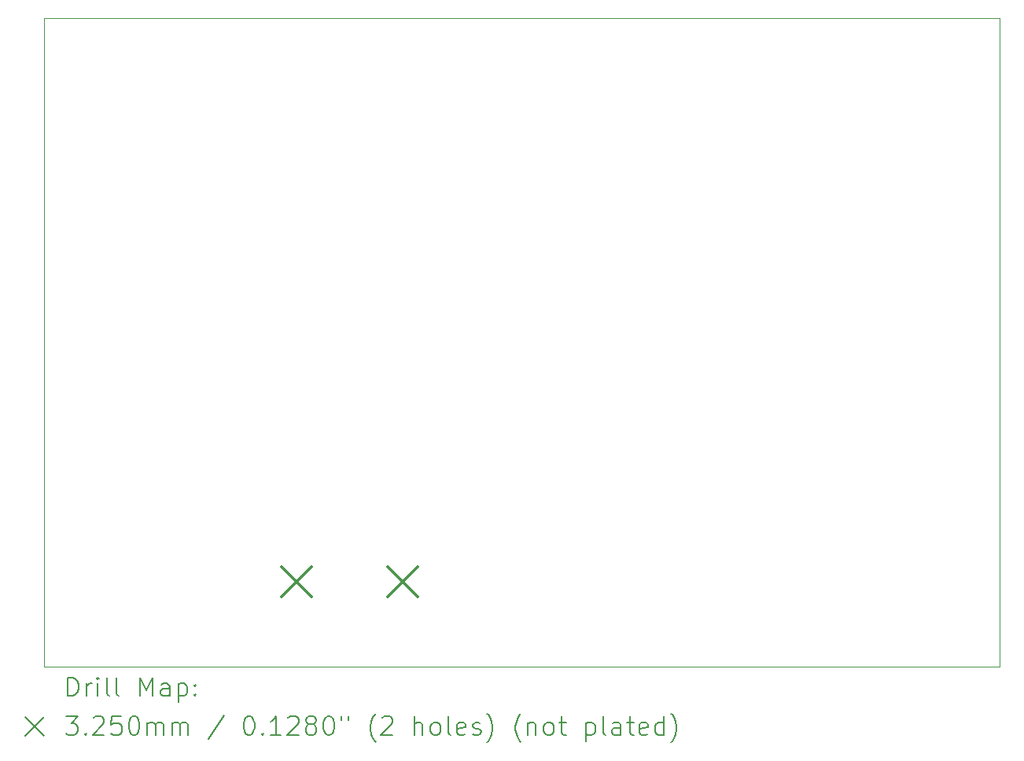
<source format=gbr>
%FSLAX45Y45*%
G04 Gerber Fmt 4.5, Leading zero omitted, Abs format (unit mm)*
G04 Created by KiCad (PCBNEW (6.0.0-0)) date 2022-01-07 14:09:10*
%MOMM*%
%LPD*%
G01*
G04 APERTURE LIST*
%TA.AperFunction,Profile*%
%ADD10C,0.050000*%
%TD*%
%ADD11C,0.200000*%
%ADD12C,0.325000*%
G04 APERTURE END LIST*
D10*
X9652000Y-12065000D02*
X9652000Y-5080000D01*
X19939000Y-12065000D02*
X9652000Y-12065000D01*
X19939000Y-5080000D02*
X19939000Y-12065000D01*
X9652000Y-5080000D02*
X19939000Y-5080000D01*
D11*
D12*
X12207300Y-10988100D02*
X12532300Y-11313100D01*
X12532300Y-10988100D02*
X12207300Y-11313100D01*
X13350300Y-10988100D02*
X13675300Y-11313100D01*
X13675300Y-10988100D02*
X13350300Y-11313100D01*
D11*
X9907119Y-12377976D02*
X9907119Y-12177976D01*
X9954738Y-12177976D01*
X9983310Y-12187500D01*
X10002357Y-12206548D01*
X10011881Y-12225595D01*
X10021405Y-12263690D01*
X10021405Y-12292262D01*
X10011881Y-12330357D01*
X10002357Y-12349405D01*
X9983310Y-12368452D01*
X9954738Y-12377976D01*
X9907119Y-12377976D01*
X10107119Y-12377976D02*
X10107119Y-12244643D01*
X10107119Y-12282738D02*
X10116643Y-12263690D01*
X10126167Y-12254167D01*
X10145214Y-12244643D01*
X10164262Y-12244643D01*
X10230929Y-12377976D02*
X10230929Y-12244643D01*
X10230929Y-12177976D02*
X10221405Y-12187500D01*
X10230929Y-12197024D01*
X10240452Y-12187500D01*
X10230929Y-12177976D01*
X10230929Y-12197024D01*
X10354738Y-12377976D02*
X10335690Y-12368452D01*
X10326167Y-12349405D01*
X10326167Y-12177976D01*
X10459500Y-12377976D02*
X10440452Y-12368452D01*
X10430929Y-12349405D01*
X10430929Y-12177976D01*
X10688071Y-12377976D02*
X10688071Y-12177976D01*
X10754738Y-12320833D01*
X10821405Y-12177976D01*
X10821405Y-12377976D01*
X11002357Y-12377976D02*
X11002357Y-12273214D01*
X10992833Y-12254167D01*
X10973786Y-12244643D01*
X10935690Y-12244643D01*
X10916643Y-12254167D01*
X11002357Y-12368452D02*
X10983310Y-12377976D01*
X10935690Y-12377976D01*
X10916643Y-12368452D01*
X10907119Y-12349405D01*
X10907119Y-12330357D01*
X10916643Y-12311309D01*
X10935690Y-12301786D01*
X10983310Y-12301786D01*
X11002357Y-12292262D01*
X11097595Y-12244643D02*
X11097595Y-12444643D01*
X11097595Y-12254167D02*
X11116643Y-12244643D01*
X11154738Y-12244643D01*
X11173786Y-12254167D01*
X11183310Y-12263690D01*
X11192833Y-12282738D01*
X11192833Y-12339881D01*
X11183310Y-12358928D01*
X11173786Y-12368452D01*
X11154738Y-12377976D01*
X11116643Y-12377976D01*
X11097595Y-12368452D01*
X11278548Y-12358928D02*
X11288071Y-12368452D01*
X11278548Y-12377976D01*
X11269024Y-12368452D01*
X11278548Y-12358928D01*
X11278548Y-12377976D01*
X11278548Y-12254167D02*
X11288071Y-12263690D01*
X11278548Y-12273214D01*
X11269024Y-12263690D01*
X11278548Y-12254167D01*
X11278548Y-12273214D01*
X9449500Y-12607500D02*
X9649500Y-12807500D01*
X9649500Y-12607500D02*
X9449500Y-12807500D01*
X9888071Y-12597976D02*
X10011881Y-12597976D01*
X9945214Y-12674167D01*
X9973786Y-12674167D01*
X9992833Y-12683690D01*
X10002357Y-12693214D01*
X10011881Y-12712262D01*
X10011881Y-12759881D01*
X10002357Y-12778928D01*
X9992833Y-12788452D01*
X9973786Y-12797976D01*
X9916643Y-12797976D01*
X9897595Y-12788452D01*
X9888071Y-12778928D01*
X10097595Y-12778928D02*
X10107119Y-12788452D01*
X10097595Y-12797976D01*
X10088071Y-12788452D01*
X10097595Y-12778928D01*
X10097595Y-12797976D01*
X10183310Y-12617024D02*
X10192833Y-12607500D01*
X10211881Y-12597976D01*
X10259500Y-12597976D01*
X10278548Y-12607500D01*
X10288071Y-12617024D01*
X10297595Y-12636071D01*
X10297595Y-12655119D01*
X10288071Y-12683690D01*
X10173786Y-12797976D01*
X10297595Y-12797976D01*
X10478548Y-12597976D02*
X10383310Y-12597976D01*
X10373786Y-12693214D01*
X10383310Y-12683690D01*
X10402357Y-12674167D01*
X10449976Y-12674167D01*
X10469024Y-12683690D01*
X10478548Y-12693214D01*
X10488071Y-12712262D01*
X10488071Y-12759881D01*
X10478548Y-12778928D01*
X10469024Y-12788452D01*
X10449976Y-12797976D01*
X10402357Y-12797976D01*
X10383310Y-12788452D01*
X10373786Y-12778928D01*
X10611881Y-12597976D02*
X10630929Y-12597976D01*
X10649976Y-12607500D01*
X10659500Y-12617024D01*
X10669024Y-12636071D01*
X10678548Y-12674167D01*
X10678548Y-12721786D01*
X10669024Y-12759881D01*
X10659500Y-12778928D01*
X10649976Y-12788452D01*
X10630929Y-12797976D01*
X10611881Y-12797976D01*
X10592833Y-12788452D01*
X10583310Y-12778928D01*
X10573786Y-12759881D01*
X10564262Y-12721786D01*
X10564262Y-12674167D01*
X10573786Y-12636071D01*
X10583310Y-12617024D01*
X10592833Y-12607500D01*
X10611881Y-12597976D01*
X10764262Y-12797976D02*
X10764262Y-12664643D01*
X10764262Y-12683690D02*
X10773786Y-12674167D01*
X10792833Y-12664643D01*
X10821405Y-12664643D01*
X10840452Y-12674167D01*
X10849976Y-12693214D01*
X10849976Y-12797976D01*
X10849976Y-12693214D02*
X10859500Y-12674167D01*
X10878548Y-12664643D01*
X10907119Y-12664643D01*
X10926167Y-12674167D01*
X10935690Y-12693214D01*
X10935690Y-12797976D01*
X11030929Y-12797976D02*
X11030929Y-12664643D01*
X11030929Y-12683690D02*
X11040452Y-12674167D01*
X11059500Y-12664643D01*
X11088071Y-12664643D01*
X11107119Y-12674167D01*
X11116643Y-12693214D01*
X11116643Y-12797976D01*
X11116643Y-12693214D02*
X11126167Y-12674167D01*
X11145214Y-12664643D01*
X11173786Y-12664643D01*
X11192833Y-12674167D01*
X11202357Y-12693214D01*
X11202357Y-12797976D01*
X11592833Y-12588452D02*
X11421405Y-12845595D01*
X11849976Y-12597976D02*
X11869024Y-12597976D01*
X11888071Y-12607500D01*
X11897595Y-12617024D01*
X11907119Y-12636071D01*
X11916643Y-12674167D01*
X11916643Y-12721786D01*
X11907119Y-12759881D01*
X11897595Y-12778928D01*
X11888071Y-12788452D01*
X11869024Y-12797976D01*
X11849976Y-12797976D01*
X11830928Y-12788452D01*
X11821405Y-12778928D01*
X11811881Y-12759881D01*
X11802357Y-12721786D01*
X11802357Y-12674167D01*
X11811881Y-12636071D01*
X11821405Y-12617024D01*
X11830928Y-12607500D01*
X11849976Y-12597976D01*
X12002357Y-12778928D02*
X12011881Y-12788452D01*
X12002357Y-12797976D01*
X11992833Y-12788452D01*
X12002357Y-12778928D01*
X12002357Y-12797976D01*
X12202357Y-12797976D02*
X12088071Y-12797976D01*
X12145214Y-12797976D02*
X12145214Y-12597976D01*
X12126167Y-12626548D01*
X12107119Y-12645595D01*
X12088071Y-12655119D01*
X12278548Y-12617024D02*
X12288071Y-12607500D01*
X12307119Y-12597976D01*
X12354738Y-12597976D01*
X12373786Y-12607500D01*
X12383309Y-12617024D01*
X12392833Y-12636071D01*
X12392833Y-12655119D01*
X12383309Y-12683690D01*
X12269024Y-12797976D01*
X12392833Y-12797976D01*
X12507119Y-12683690D02*
X12488071Y-12674167D01*
X12478548Y-12664643D01*
X12469024Y-12645595D01*
X12469024Y-12636071D01*
X12478548Y-12617024D01*
X12488071Y-12607500D01*
X12507119Y-12597976D01*
X12545214Y-12597976D01*
X12564262Y-12607500D01*
X12573786Y-12617024D01*
X12583309Y-12636071D01*
X12583309Y-12645595D01*
X12573786Y-12664643D01*
X12564262Y-12674167D01*
X12545214Y-12683690D01*
X12507119Y-12683690D01*
X12488071Y-12693214D01*
X12478548Y-12702738D01*
X12469024Y-12721786D01*
X12469024Y-12759881D01*
X12478548Y-12778928D01*
X12488071Y-12788452D01*
X12507119Y-12797976D01*
X12545214Y-12797976D01*
X12564262Y-12788452D01*
X12573786Y-12778928D01*
X12583309Y-12759881D01*
X12583309Y-12721786D01*
X12573786Y-12702738D01*
X12564262Y-12693214D01*
X12545214Y-12683690D01*
X12707119Y-12597976D02*
X12726167Y-12597976D01*
X12745214Y-12607500D01*
X12754738Y-12617024D01*
X12764262Y-12636071D01*
X12773786Y-12674167D01*
X12773786Y-12721786D01*
X12764262Y-12759881D01*
X12754738Y-12778928D01*
X12745214Y-12788452D01*
X12726167Y-12797976D01*
X12707119Y-12797976D01*
X12688071Y-12788452D01*
X12678548Y-12778928D01*
X12669024Y-12759881D01*
X12659500Y-12721786D01*
X12659500Y-12674167D01*
X12669024Y-12636071D01*
X12678548Y-12617024D01*
X12688071Y-12607500D01*
X12707119Y-12597976D01*
X12849976Y-12597976D02*
X12849976Y-12636071D01*
X12926167Y-12597976D02*
X12926167Y-12636071D01*
X13221405Y-12874167D02*
X13211881Y-12864643D01*
X13192833Y-12836071D01*
X13183309Y-12817024D01*
X13173786Y-12788452D01*
X13164262Y-12740833D01*
X13164262Y-12702738D01*
X13173786Y-12655119D01*
X13183309Y-12626548D01*
X13192833Y-12607500D01*
X13211881Y-12578928D01*
X13221405Y-12569405D01*
X13288071Y-12617024D02*
X13297595Y-12607500D01*
X13316643Y-12597976D01*
X13364262Y-12597976D01*
X13383309Y-12607500D01*
X13392833Y-12617024D01*
X13402357Y-12636071D01*
X13402357Y-12655119D01*
X13392833Y-12683690D01*
X13278548Y-12797976D01*
X13402357Y-12797976D01*
X13640452Y-12797976D02*
X13640452Y-12597976D01*
X13726167Y-12797976D02*
X13726167Y-12693214D01*
X13716643Y-12674167D01*
X13697595Y-12664643D01*
X13669024Y-12664643D01*
X13649976Y-12674167D01*
X13640452Y-12683690D01*
X13849976Y-12797976D02*
X13830928Y-12788452D01*
X13821405Y-12778928D01*
X13811881Y-12759881D01*
X13811881Y-12702738D01*
X13821405Y-12683690D01*
X13830928Y-12674167D01*
X13849976Y-12664643D01*
X13878548Y-12664643D01*
X13897595Y-12674167D01*
X13907119Y-12683690D01*
X13916643Y-12702738D01*
X13916643Y-12759881D01*
X13907119Y-12778928D01*
X13897595Y-12788452D01*
X13878548Y-12797976D01*
X13849976Y-12797976D01*
X14030928Y-12797976D02*
X14011881Y-12788452D01*
X14002357Y-12769405D01*
X14002357Y-12597976D01*
X14183309Y-12788452D02*
X14164262Y-12797976D01*
X14126167Y-12797976D01*
X14107119Y-12788452D01*
X14097595Y-12769405D01*
X14097595Y-12693214D01*
X14107119Y-12674167D01*
X14126167Y-12664643D01*
X14164262Y-12664643D01*
X14183309Y-12674167D01*
X14192833Y-12693214D01*
X14192833Y-12712262D01*
X14097595Y-12731309D01*
X14269024Y-12788452D02*
X14288071Y-12797976D01*
X14326167Y-12797976D01*
X14345214Y-12788452D01*
X14354738Y-12769405D01*
X14354738Y-12759881D01*
X14345214Y-12740833D01*
X14326167Y-12731309D01*
X14297595Y-12731309D01*
X14278548Y-12721786D01*
X14269024Y-12702738D01*
X14269024Y-12693214D01*
X14278548Y-12674167D01*
X14297595Y-12664643D01*
X14326167Y-12664643D01*
X14345214Y-12674167D01*
X14421405Y-12874167D02*
X14430928Y-12864643D01*
X14449976Y-12836071D01*
X14459500Y-12817024D01*
X14469024Y-12788452D01*
X14478548Y-12740833D01*
X14478548Y-12702738D01*
X14469024Y-12655119D01*
X14459500Y-12626548D01*
X14449976Y-12607500D01*
X14430928Y-12578928D01*
X14421405Y-12569405D01*
X14783309Y-12874167D02*
X14773786Y-12864643D01*
X14754738Y-12836071D01*
X14745214Y-12817024D01*
X14735690Y-12788452D01*
X14726167Y-12740833D01*
X14726167Y-12702738D01*
X14735690Y-12655119D01*
X14745214Y-12626548D01*
X14754738Y-12607500D01*
X14773786Y-12578928D01*
X14783309Y-12569405D01*
X14859500Y-12664643D02*
X14859500Y-12797976D01*
X14859500Y-12683690D02*
X14869024Y-12674167D01*
X14888071Y-12664643D01*
X14916643Y-12664643D01*
X14935690Y-12674167D01*
X14945214Y-12693214D01*
X14945214Y-12797976D01*
X15069024Y-12797976D02*
X15049976Y-12788452D01*
X15040452Y-12778928D01*
X15030928Y-12759881D01*
X15030928Y-12702738D01*
X15040452Y-12683690D01*
X15049976Y-12674167D01*
X15069024Y-12664643D01*
X15097595Y-12664643D01*
X15116643Y-12674167D01*
X15126167Y-12683690D01*
X15135690Y-12702738D01*
X15135690Y-12759881D01*
X15126167Y-12778928D01*
X15116643Y-12788452D01*
X15097595Y-12797976D01*
X15069024Y-12797976D01*
X15192833Y-12664643D02*
X15269024Y-12664643D01*
X15221405Y-12597976D02*
X15221405Y-12769405D01*
X15230928Y-12788452D01*
X15249976Y-12797976D01*
X15269024Y-12797976D01*
X15488071Y-12664643D02*
X15488071Y-12864643D01*
X15488071Y-12674167D02*
X15507119Y-12664643D01*
X15545214Y-12664643D01*
X15564262Y-12674167D01*
X15573786Y-12683690D01*
X15583309Y-12702738D01*
X15583309Y-12759881D01*
X15573786Y-12778928D01*
X15564262Y-12788452D01*
X15545214Y-12797976D01*
X15507119Y-12797976D01*
X15488071Y-12788452D01*
X15697595Y-12797976D02*
X15678548Y-12788452D01*
X15669024Y-12769405D01*
X15669024Y-12597976D01*
X15859500Y-12797976D02*
X15859500Y-12693214D01*
X15849976Y-12674167D01*
X15830928Y-12664643D01*
X15792833Y-12664643D01*
X15773786Y-12674167D01*
X15859500Y-12788452D02*
X15840452Y-12797976D01*
X15792833Y-12797976D01*
X15773786Y-12788452D01*
X15764262Y-12769405D01*
X15764262Y-12750357D01*
X15773786Y-12731309D01*
X15792833Y-12721786D01*
X15840452Y-12721786D01*
X15859500Y-12712262D01*
X15926167Y-12664643D02*
X16002357Y-12664643D01*
X15954738Y-12597976D02*
X15954738Y-12769405D01*
X15964262Y-12788452D01*
X15983309Y-12797976D01*
X16002357Y-12797976D01*
X16145214Y-12788452D02*
X16126167Y-12797976D01*
X16088071Y-12797976D01*
X16069024Y-12788452D01*
X16059500Y-12769405D01*
X16059500Y-12693214D01*
X16069024Y-12674167D01*
X16088071Y-12664643D01*
X16126167Y-12664643D01*
X16145214Y-12674167D01*
X16154738Y-12693214D01*
X16154738Y-12712262D01*
X16059500Y-12731309D01*
X16326167Y-12797976D02*
X16326167Y-12597976D01*
X16326167Y-12788452D02*
X16307119Y-12797976D01*
X16269024Y-12797976D01*
X16249976Y-12788452D01*
X16240452Y-12778928D01*
X16230928Y-12759881D01*
X16230928Y-12702738D01*
X16240452Y-12683690D01*
X16249976Y-12674167D01*
X16269024Y-12664643D01*
X16307119Y-12664643D01*
X16326167Y-12674167D01*
X16402357Y-12874167D02*
X16411881Y-12864643D01*
X16430928Y-12836071D01*
X16440452Y-12817024D01*
X16449976Y-12788452D01*
X16459500Y-12740833D01*
X16459500Y-12702738D01*
X16449976Y-12655119D01*
X16440452Y-12626548D01*
X16430928Y-12607500D01*
X16411881Y-12578928D01*
X16402357Y-12569405D01*
M02*

</source>
